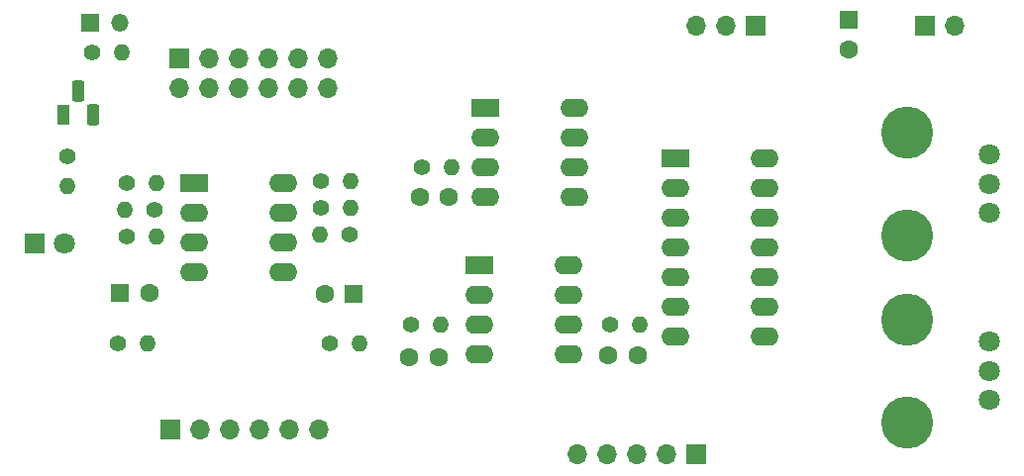
<source format=gts>
%TF.GenerationSoftware,KiCad,Pcbnew,8.0.8*%
%TF.CreationDate,2025-06-29T12:46:48+09:00*%
%TF.ProjectId,LFOSeparate,4c464f53-6570-4617-9261-74652e6b6963,rev?*%
%TF.SameCoordinates,Original*%
%TF.FileFunction,Soldermask,Top*%
%TF.FilePolarity,Negative*%
%FSLAX46Y46*%
G04 Gerber Fmt 4.6, Leading zero omitted, Abs format (unit mm)*
G04 Created by KiCad (PCBNEW 8.0.8) date 2025-06-29 12:46:48*
%MOMM*%
%LPD*%
G01*
G04 APERTURE LIST*
G04 Aperture macros list*
%AMRoundRect*
0 Rectangle with rounded corners*
0 $1 Rounding radius*
0 $2 $3 $4 $5 $6 $7 $8 $9 X,Y pos of 4 corners*
0 Add a 4 corners polygon primitive as box body*
4,1,4,$2,$3,$4,$5,$6,$7,$8,$9,$2,$3,0*
0 Add four circle primitives for the rounded corners*
1,1,$1+$1,$2,$3*
1,1,$1+$1,$4,$5*
1,1,$1+$1,$6,$7*
1,1,$1+$1,$8,$9*
0 Add four rect primitives between the rounded corners*
20,1,$1+$1,$2,$3,$4,$5,0*
20,1,$1+$1,$4,$5,$6,$7,0*
20,1,$1+$1,$6,$7,$8,$9,0*
20,1,$1+$1,$8,$9,$2,$3,0*%
G04 Aperture macros list end*
%ADD10C,1.600000*%
%ADD11R,1.600000X1.600000*%
%ADD12C,1.400000*%
%ADD13O,1.400000X1.400000*%
%ADD14R,1.700000X1.700000*%
%ADD15O,1.700000X1.700000*%
%ADD16R,2.400000X1.600000*%
%ADD17O,2.400000X1.600000*%
%ADD18R,1.800000X1.800000*%
%ADD19C,1.800000*%
%ADD20R,1.500000X1.500000*%
%ADD21O,1.500000X1.500000*%
%ADD22C,4.455000*%
%ADD23R,1.100000X1.800000*%
%ADD24RoundRect,0.275000X-0.275000X-0.625000X0.275000X-0.625000X0.275000X0.625000X-0.275000X0.625000X0*%
G04 APERTURE END LIST*
D10*
%TO.C,C3*%
X123917000Y-66304000D03*
X121417000Y-66304000D03*
%TD*%
D11*
%TO.C,C9*%
X116688000Y-60950000D03*
D10*
X114188000Y-60950000D03*
%TD*%
D12*
%TO.C,R5*%
X97220000Y-55997000D03*
D13*
X99760000Y-55997000D03*
%TD*%
D14*
%TO.C,J5*%
X100965000Y-72517000D03*
D15*
X103505000Y-72517000D03*
X106045000Y-72517000D03*
X108585000Y-72517000D03*
X111125000Y-72517000D03*
X113665000Y-72517000D03*
%TD*%
D16*
%TO.C,IC3*%
X127874000Y-44968000D03*
D17*
X127874000Y-47508000D03*
X127874000Y-50048000D03*
X127874000Y-52588000D03*
X135494000Y-52588000D03*
X135494000Y-50048000D03*
X135494000Y-47508000D03*
X135494000Y-44968000D03*
%TD*%
D12*
%TO.C,R2*%
X138542000Y-63510000D03*
D13*
X141082000Y-63510000D03*
%TD*%
D18*
%TO.C,D2*%
X89408000Y-56642000D03*
D19*
X91948000Y-56642000D03*
%TD*%
D12*
%TO.C,R12*%
X94284000Y-40259000D03*
D13*
X96824000Y-40259000D03*
%TD*%
D20*
%TO.C,D1*%
X94107000Y-37719000D03*
D21*
X96647000Y-37719000D03*
%TD*%
D12*
%TO.C,R11*%
X113857000Y-53584000D03*
D13*
X116397000Y-53584000D03*
%TD*%
D11*
%TO.C,C8*%
X96702000Y-60833000D03*
D10*
X99202000Y-60833000D03*
%TD*%
D12*
%TO.C,R1*%
X121524000Y-63510000D03*
D13*
X124064000Y-63510000D03*
%TD*%
D12*
%TO.C,R13*%
X92202000Y-49149000D03*
D13*
X92202000Y-51689000D03*
%TD*%
D12*
%TO.C,R6*%
X99660000Y-53711000D03*
D13*
X97120000Y-53711000D03*
%TD*%
D19*
%TO.C,VR1*%
X171000000Y-70000000D03*
X171000000Y-67500000D03*
X171000000Y-65000000D03*
D22*
X164000000Y-71900000D03*
X164000000Y-63100000D03*
%TD*%
D14*
%TO.C,J1*%
X145923000Y-74676000D03*
D15*
X143383000Y-74676000D03*
X140843000Y-74676000D03*
X138303000Y-74676000D03*
X135763000Y-74676000D03*
%TD*%
D16*
%TO.C,IC2*%
X127366000Y-58430000D03*
D17*
X127366000Y-60970000D03*
X127366000Y-63510000D03*
X127366000Y-66050000D03*
X134986000Y-66050000D03*
X134986000Y-63510000D03*
X134986000Y-60970000D03*
X134986000Y-58430000D03*
%TD*%
D23*
%TO.C,Q1*%
X91821000Y-45612000D03*
D24*
X93091000Y-43542000D03*
X94361000Y-45612000D03*
%TD*%
D12*
%TO.C,R9*%
X114619000Y-65141000D03*
D13*
X117159000Y-65141000D03*
%TD*%
D12*
%TO.C,R7*%
X97220000Y-51425000D03*
D13*
X99760000Y-51425000D03*
%TD*%
D12*
%TO.C,R8*%
X113857000Y-51298000D03*
D13*
X116397000Y-51298000D03*
%TD*%
D16*
%TO.C,IC1*%
X144130000Y-49286000D03*
D17*
X144130000Y-51826000D03*
X144130000Y-54366000D03*
X144130000Y-56906000D03*
X144130000Y-59446000D03*
X144130000Y-61986000D03*
X144130000Y-64526000D03*
X151750000Y-64526000D03*
X151750000Y-61986000D03*
X151750000Y-59446000D03*
X151750000Y-56906000D03*
X151750000Y-54366000D03*
X151750000Y-51826000D03*
X151750000Y-49286000D03*
%TD*%
D10*
%TO.C,C5*%
X124806000Y-52588000D03*
X122306000Y-52588000D03*
%TD*%
D12*
%TO.C,R10*%
X116297000Y-55870000D03*
D13*
X113757000Y-55870000D03*
%TD*%
D10*
%TO.C,C4*%
X138435000Y-66177000D03*
X140935000Y-66177000D03*
%TD*%
D19*
%TO.C,VR2*%
X171000000Y-54000000D03*
X171000000Y-51500000D03*
X171000000Y-49000000D03*
D22*
X164000000Y-55900000D03*
X164000000Y-47100000D03*
%TD*%
D12*
%TO.C,R4*%
X96458000Y-65151000D03*
D13*
X98998000Y-65151000D03*
%TD*%
D16*
%TO.C,U1*%
X102997000Y-51435000D03*
D17*
X102997000Y-53975000D03*
X102997000Y-56515000D03*
X102997000Y-59055000D03*
X110617000Y-59055000D03*
X110617000Y-56515000D03*
X110617000Y-53975000D03*
X110617000Y-51435000D03*
%TD*%
D11*
%TO.C,C1*%
X159000000Y-37500000D03*
D10*
X159000000Y-40000000D03*
%TD*%
D14*
%TO.C,J4*%
X101727000Y-40767000D03*
D15*
X101727000Y-43307000D03*
X104267000Y-40767000D03*
X104267000Y-43307000D03*
X106807000Y-40767000D03*
X106807000Y-43307000D03*
X109347000Y-40767000D03*
X109347000Y-43307000D03*
X111887000Y-40767000D03*
X111887000Y-43307000D03*
X114427000Y-40767000D03*
X114427000Y-43307000D03*
%TD*%
D12*
%TO.C,R3*%
X122463000Y-50048000D03*
D13*
X125003000Y-50048000D03*
%TD*%
D14*
%TO.C,J2*%
X165460000Y-38000000D03*
D15*
X168000000Y-38000000D03*
%TD*%
D14*
%TO.C,J3*%
X151000000Y-38000000D03*
D15*
X148460000Y-38000000D03*
X145920000Y-38000000D03*
%TD*%
M02*

</source>
